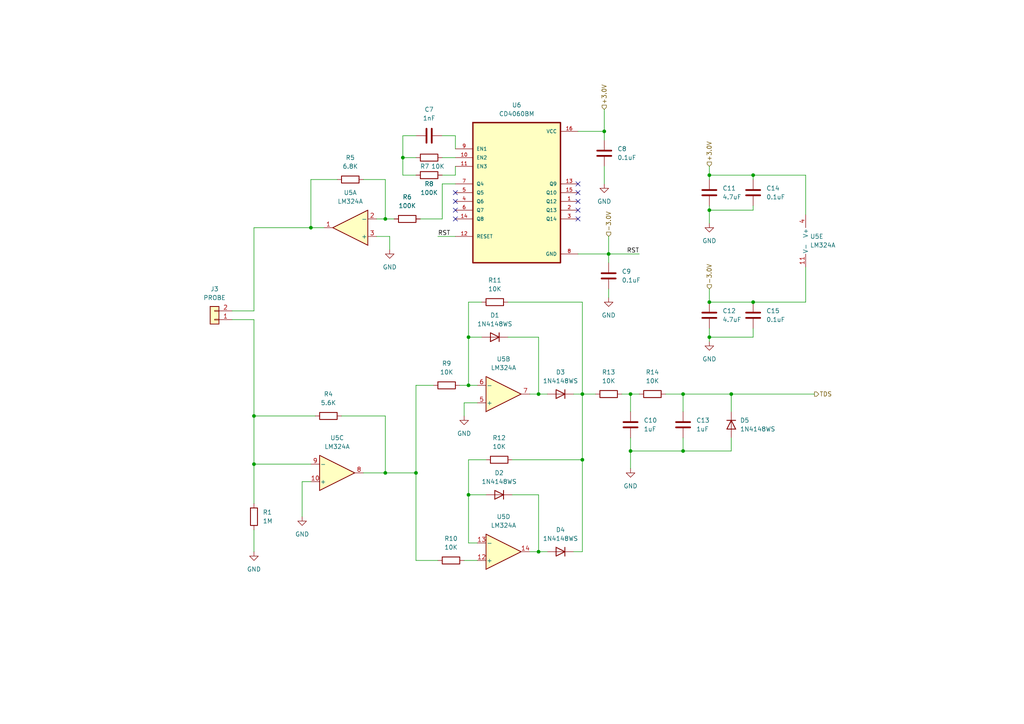
<source format=kicad_sch>
(kicad_sch (version 20211123) (generator eeschema)
  (paper "A4")
  (title_block (title "OceanAI") (date "2022-07-25") (rev "2"))
  (lib_symbols
    (symbol "Amplifier_Operational:LM324A" (pin_names (offset 0.127))
      (property "Reference" "U" (at 0 5.08 0))
      (property "Value" "LM324A" (at 0 -5.08 0))
      (symbol "LM324A_1_1"
        (polyline (pts (xy -5.08 5.08) (xy 5.08 0) (xy -5.08 -5.08) (xy -5.08 5.08)) (stroke (width 0.254)) (fill (type background)))
        (pin output line (at 7.62 0 180) (length 2.54) (name "~") (number "1"))
        (pin input line (at -7.62 -2.54 0) (length 2.54) (name "-") (number "2"))
        (pin input line (at -7.62 2.54 0) (length 2.54) (name "+") (number "3"))
      )
      (symbol "LM324A_2_1"
        (polyline (pts (xy -5.08 5.08) (xy 5.08 0) (xy -5.08 -5.08) (xy -5.08 5.08)) (stroke (width 0.254)) (fill (type background)))
        (pin input line (at -7.62 2.54 0) (length 2.54) (name "+") (number "5"))
        (pin input line (at -7.62 -2.54 0) (length 2.54) (name "-") (number "6"))
        (pin output line (at 7.62 0 180) (length 2.54) (name "~") (number "7"))
      )
      (symbol "LM324A_3_1"
        (polyline (pts (xy -5.08 5.08) (xy 5.08 0) (xy -5.08 -5.08) (xy -5.08 5.08)) (stroke (width 0.254)) (fill (type background)))
        (pin input line (at -7.62 2.54 0) (length 2.54) (name "+") (number "10"))
        (pin output line (at 7.62 0 180) (length 2.54) (name "~") (number "8"))
        (pin input line (at -7.62 -2.54 0) (length 2.54) (name "-") (number "9"))
      )
      (symbol "LM324A_4_1"
        (polyline (pts (xy -5.08 5.08) (xy 5.08 0) (xy -5.08 -5.08) (xy -5.08 5.08)) (stroke (width 0.254)) (fill (type background)))
        (pin input line (at -7.62 2.54 0) (length 2.54) (name "+") (number "12"))
        (pin input line (at -7.62 -2.54 0) (length 2.54) (name "-") (number "13"))
        (pin output line (at 7.62 0 180) (length 2.54) (name "~") (number "14"))
      )
      (symbol "LM324A_5_1"
        (pin power_in line (at -2.54 -7.62 90) (length 3.81) (name "V-") (number "11"))
        (pin power_in line (at -2.54 7.62 270) (length 3.81) (name "V+") (number "4"))
      )
    )
    (symbol "CD4060BM:CD4060BM" (pin_names (offset 1.016))
      (property "Reference" "U6" (at 0 25.4 0))
      (property "Value" "CD4060BM" (at 0 22.86 0))
      (symbol "CD4060BM_0_0"
        (rectangle (start -12.7 -20.32) (end 12.7 20.32) (stroke (width 0.4064)) (fill (type background)))
        (pin bidirectional line (at 17.78 -2.54 180) (length 5.08) (name "Q12") (number "1"))
        (pin bidirectional line (at -17.78 10.16 0) (length 5.08) (name "EN2") (number "10"))
        (pin bidirectional line (at -17.78 7.62 0) (length 5.08) (name "EN3") (number "11"))
        (pin bidirectional line (at -17.78 -12.7 0) (length 5.08) (name "RESET") (number "12"))
        (pin bidirectional line (at 17.78 2.54 180) (length 5.08) (name "Q9") (number "13"))
        (pin bidirectional line (at -17.78 -7.62 0) (length 5.08) (name "Q8") (number "14"))
        (pin bidirectional line (at 17.78 0 180) (length 5.08) (name "Q10") (number "15"))
        (pin unspecified line (at 17.78 17.78 180) (length 5.08) (name "VCC") (number "16"))
        (pin bidirectional line (at 17.78 -5.08 180) (length 5.08) (name "Q13") (number "2"))
        (pin bidirectional line (at 17.78 -7.62 180) (length 5.08) (name "Q14") (number "3"))
        (pin bidirectional line (at -17.78 -2.54 0) (length 5.08) (name "Q6") (number "4"))
        (pin bidirectional line (at -17.78 0 0) (length 5.08) (name "Q5") (number "5"))
        (pin bidirectional line (at -17.78 -5.08 0) (length 5.08) (name "Q7") (number "6"))
        (pin bidirectional line (at -17.78 2.54 0) (length 5.08) (name "Q4") (number "7"))
        (pin unspecified line (at 17.78 -17.78 180) (length 5.08) (name "GND") (number "8"))
        (pin bidirectional line (at -17.78 12.7 0) (length 5.08) (name "EN1") (number "9"))
      )
    )
    (symbol "Connector_Generic:Conn_01x02" (pin_names (offset 1.016) hide)
      (property "Reference" "J" (at 0 2.54 0))
      (property "Value" "Conn_01x02" (at 0 -5.08 0))
      (symbol "Conn_01x02_1_1"
        (rectangle (start -1.27 -2.413) (end 0 -2.667) (stroke (width 0.1524)))
        (rectangle (start -1.27 0.127) (end 0 -0.127) (stroke (width 0.1524)))
        (rectangle (start -1.27 1.27) (end 1.27 -3.81) (stroke (width 0.254)) (fill (type background)))
        (pin passive line (at -5.08 0 0) (length 3.81) (name "Pin_1") (number "1"))
        (pin passive line (at -5.08 -2.54 0) (length 3.81) (name "Pin_2") (number "2"))
      )
    )
    (symbol "Device:C" (pin_numbers hide) (pin_names (offset 0.254))
      (property "Reference" "C" (at 0.635 2.54 0))
      (property "Value" "C" (at 0.635 -2.54 0))
      (symbol "C_0_1"
        (polyline (pts (xy -2.032 -0.762) (xy 2.032 -0.762)) (stroke (width 0.508)))
        (polyline (pts (xy -2.032 0.762) (xy 2.032 0.762)) (stroke (width 0.508)))
      )
      (symbol "C_1_1"
        (pin passive line (at 0 3.81 270) (length 2.794) (name "~") (number "1"))
        (pin passive line (at 0 -3.81 90) (length 2.794) (name "~") (number "2"))
      )
    )
    (symbol "Device:R" (pin_numbers hide) (pin_names (offset 0))
      (property "Reference" "R" (at 2.032 0 90))
      (property "Value" "R" (at 0 0 90))
      (symbol "R_0_1"
        (rectangle (start -1.016 -2.54) (end 1.016 2.54) (stroke (width 0.254)))
      )
      (symbol "R_1_1"
        (pin passive line (at 0 3.81 270) (length 1.27) (name "~") (number "1"))
        (pin passive line (at 0 -3.81 90) (length 1.27) (name "~") (number "2"))
      )
    )
    (symbol "Diode:1N4148WS" (pin_numbers hide) (pin_names (offset 1.016) hide)
      (property "Reference" "D" (at 0 2.54 0))
      (property "Value" "1N4148WS" (at 0 -2.54 0))
      (symbol "1N4148WS_0_1"
        (polyline (pts (xy -1.27 1.27) (xy -1.27 -1.27)) (stroke (width 0.254)))
        (polyline (pts (xy 1.27 0) (xy -1.27 0)))
        (polyline (pts (xy 1.27 1.27) (xy 1.27 -1.27) (xy -1.27 0) (xy 1.27 1.27)) (stroke (width 0.254)))
      )
      (symbol "1N4148WS_1_1"
        (pin passive line (at -3.81 0 0) (length 2.54) (name "K") (number "1"))
        (pin passive line (at 3.81 0 180) (length 2.54) (name "A") (number "2"))
      )
    )
    (symbol "LM324A_1" (pin_names (offset 0.127))
      (property "Reference" "U5" (at -1.27 1.2701 0))
      (property "Value" "LM324A" (at -1.27 -1.2699 0))
      (symbol "LM324A_1_1_1"
        (polyline (pts (xy -5.08 5.08) (xy 5.08 0) (xy -5.08 -5.08) (xy -5.08 5.08)) (stroke (width 0.254)) (fill (type background)))
        (pin output line (at 7.62 0 180) (length 2.54) (name "~") (number "1"))
        (pin input line (at -7.62 -2.54 0) (length 2.54) (name "-") (number "2"))
        (pin input line (at -7.62 2.54 0) (length 2.54) (name "+") (number "3"))
      )
      (symbol "LM324A_1_2_1"
        (polyline (pts (xy -5.08 5.08) (xy 5.08 0) (xy -5.08 -5.08) (xy -5.08 5.08)) (stroke (width 0.254)) (fill (type background)))
        (pin input line (at -7.62 2.54 0) (length 2.54) (name "+") (number "5"))
        (pin input line (at -7.62 -2.54 0) (length 2.54) (name "-") (number "6"))
        (pin output line (at 7.62 0 180) (length 2.54) (name "~") (number "7"))
      )
      (symbol "LM324A_1_3_1"
        (polyline (pts (xy -5.08 5.08) (xy 5.08 0) (xy -5.08 -5.08) (xy -5.08 5.08)) (stroke (width 0.254)) (fill (type background)))
        (pin input line (at -7.62 2.54 0) (length 2.54) (name "+") (number "10"))
        (pin output line (at 7.62 0 180) (length 2.54) (name "~") (number "8"))
        (pin input line (at -7.62 -2.54 0) (length 2.54) (name "-") (number "9"))
      )
      (symbol "LM324A_1_4_1"
        (polyline (pts (xy -5.08 5.08) (xy 5.08 0) (xy -5.08 -5.08) (xy -5.08 5.08)) (stroke (width 0.254)) (fill (type background)))
        (pin input line (at -7.62 2.54 0) (length 2.54) (name "+") (number "12"))
        (pin input line (at -7.62 -2.54 0) (length 2.54) (name "-") (number "13"))
        (pin output line (at 7.62 0 180) (length 2.54) (name "~") (number "14"))
      )
      (symbol "LM324A_1_5_1"
        (pin unspecified line (at -2.54 -7.62 90) (length 3.81) (name "V-") (number "11"))
        (pin unspecified line (at -2.54 7.62 270) (length 3.81) (name "V+") (number "4"))
      )
    )
    (symbol "power:GND" (power) (pin_names (offset 0))
      (property "Value" "GND" (at 0 -3.81 0))
      (symbol "GND_0_1"
        (polyline (pts (xy 0 0) (xy 0 -1.27) (xy 1.27 -1.27) (xy 0 -2.54) (xy -1.27 -1.27) (xy 0 -1.27)))
      )
      (symbol "GND_1_1"
        (pin power_in line (at 0 0 270) (length 0) hide (name "GND") (number "1"))
      )
    )
  )
  (junction (at 182.88 130.81))
  (junction (at 175.26 38.1))
  (junction (at 73.66 134.62))
  (junction (at 73.66 120.65))
  (junction (at 135.89 97.79))
  (junction (at 198.12 114.3))
  (junction (at 182.88 114.3))
  (junction (at 168.91 133.35))
  (junction (at 135.89 143.51))
  (junction (at 135.89 111.76))
  (junction (at 156.21 160.02))
  (junction (at 198.12 130.81))
  (junction (at 120.65 137.16))
  (junction (at 218.44 87.63))
  (junction (at 205.74 50.8))
  (junction (at 156.21 114.3))
  (junction (at 90.17 66.04))
  (junction (at 205.74 60.96))
  (junction (at 116.84 45.72))
  (junction (at 218.44 50.8))
  (junction (at 111.76 137.16))
  (junction (at 168.91 114.3))
  (junction (at 205.74 97.79))
  (junction (at 176.53 73.66))
  (junction (at 205.74 87.63))
  (junction (at 212.09 114.3))
  (junction (at 111.76 63.5))
  (no_connect (at 132.08 60.96))
  (no_connect (at 132.08 58.42))
  (no_connect (at 132.08 55.88))
  (no_connect (at 132.08 63.5))
  (no_connect (at 167.64 60.96))
  (no_connect (at 167.64 63.5))
  (no_connect (at 167.64 58.42))
  (no_connect (at 167.64 55.88))
  (no_connect (at 167.64 53.34))
  (wire (pts (xy 138.43 157.48) (xy 135.89 157.48)))
  (wire (pts (xy 175.26 38.1) (xy 175.26 31.75)))
  (wire (pts (xy 120.65 111.76) (xy 125.73 111.76)))
  (wire (pts (xy 134.62 120.65) (xy 134.62 116.84)))
  (wire (pts (xy 109.22 63.5) (xy 111.76 63.5)))
  (wire (pts (xy 233.68 87.63) (xy 218.44 87.63)))
  (wire (pts (xy 166.37 114.3) (xy 168.91 114.3)))
  (wire (pts (xy 205.74 83.82) (xy 205.74 87.63)))
  (wire (pts (xy 116.84 45.72) (xy 120.65 45.72)))
  (wire (pts (xy 168.91 87.63) (xy 168.91 114.3)))
  (wire (pts (xy 218.44 59.69) (xy 218.44 60.96)))
  (wire (pts (xy 153.67 114.3) (xy 156.21 114.3)))
  (wire (pts (xy 135.89 143.51) (xy 140.97 143.51)))
  (wire (pts (xy 116.84 45.72) (xy 116.84 39.37)))
  (wire (pts (xy 205.74 60.96) (xy 218.44 60.96)))
  (wire (pts (xy 140.97 133.35) (xy 135.89 133.35)))
  (wire (pts (xy 180.34 114.3) (xy 182.88 114.3)))
  (wire (pts (xy 116.84 50.8) (xy 116.84 45.72)))
  (wire (pts (xy 233.68 77.47) (xy 233.68 87.63)))
  (wire (pts (xy 111.76 63.5) (xy 114.3 63.5)))
  (wire (pts (xy 128.27 45.72) (xy 132.08 45.72)))
  (wire (pts (xy 168.91 114.3) (xy 172.72 114.3)))
  (wire (pts (xy 67.31 92.71) (xy 73.66 92.71)))
  (wire (pts (xy 212.09 114.3) (xy 212.09 119.38)))
  (wire (pts (xy 218.44 50.8) (xy 233.68 50.8)))
  (wire (pts (xy 176.53 73.66) (xy 185.42 73.66)))
  (wire (pts (xy 182.88 130.81) (xy 182.88 135.89)))
  (wire (pts (xy 176.53 83.82) (xy 176.53 86.36)))
  (wire (pts (xy 148.59 143.51) (xy 156.21 143.51)))
  (wire (pts (xy 128.27 50.8) (xy 132.08 50.8)))
  (wire (pts (xy 212.09 130.81) (xy 198.12 130.81)))
  (wire (pts (xy 167.64 73.66) (xy 176.53 73.66)))
  (wire (pts (xy 73.66 120.65) (xy 73.66 134.62)))
  (wire (pts (xy 153.67 160.02) (xy 156.21 160.02)))
  (wire (pts (xy 128.27 63.5) (xy 121.92 63.5)))
  (wire (pts (xy 198.12 127) (xy 198.12 130.81)))
  (wire (pts (xy 205.74 59.69) (xy 205.74 60.96)))
  (wire (pts (xy 218.44 97.79) (xy 205.74 97.79)))
  (wire (pts (xy 135.89 111.76) (xy 138.43 111.76)))
  (wire (pts (xy 193.04 114.3) (xy 198.12 114.3)))
  (wire (pts (xy 91.44 120.65) (xy 73.66 120.65)))
  (wire (pts (xy 205.74 50.8) (xy 218.44 50.8)))
  (wire (pts (xy 90.17 134.62) (xy 73.66 134.62)))
  (wire (pts (xy 111.76 52.07) (xy 111.76 63.5)))
  (wire (pts (xy 105.41 137.16) (xy 111.76 137.16)))
  (wire (pts (xy 175.26 48.26) (xy 175.26 53.34)))
  (wire (pts (xy 99.06 120.65) (xy 111.76 120.65)))
  (wire (pts (xy 139.7 97.79) (xy 135.89 97.79)))
  (wire (pts (xy 182.88 114.3) (xy 182.88 119.38)))
  (wire (pts (xy 97.79 52.07) (xy 90.17 52.07)))
  (wire (pts (xy 90.17 139.7) (xy 87.63 139.7)))
  (wire (pts (xy 218.44 95.25) (xy 218.44 97.79)))
  (wire (pts (xy 132.08 39.37) (xy 128.27 39.37)))
  (wire (pts (xy 134.62 116.84) (xy 138.43 116.84)))
  (wire (pts (xy 67.31 90.17) (xy 73.66 90.17)))
  (wire (pts (xy 120.65 50.8) (xy 116.84 50.8)))
  (wire (pts (xy 127 68.58) (xy 132.08 68.58)))
  (wire (pts (xy 175.26 38.1) (xy 175.26 40.64)))
  (wire (pts (xy 73.66 66.04) (xy 90.17 66.04)))
  (wire (pts (xy 168.91 133.35) (xy 168.91 114.3)))
  (wire (pts (xy 134.62 162.56) (xy 138.43 162.56)))
  (wire (pts (xy 205.74 95.25) (xy 205.74 97.79)))
  (wire (pts (xy 156.21 143.51) (xy 156.21 160.02)))
  (wire (pts (xy 127 162.56) (xy 120.65 162.56)))
  (wire (pts (xy 73.66 134.62) (xy 73.66 146.05)))
  (wire (pts (xy 111.76 120.65) (xy 111.76 137.16)))
  (wire (pts (xy 198.12 114.3) (xy 212.09 114.3)))
  (wire (pts (xy 105.41 52.07) (xy 111.76 52.07)))
  (wire (pts (xy 212.09 127) (xy 212.09 130.81)))
  (wire (pts (xy 212.09 114.3) (xy 236.22 114.3)))
  (wire (pts (xy 116.84 39.37) (xy 120.65 39.37)))
  (wire (pts (xy 120.65 111.76) (xy 120.65 137.16)))
  (wire (pts (xy 90.17 66.04) (xy 93.98 66.04)))
  (wire (pts (xy 182.88 114.3) (xy 185.42 114.3)))
  (wire (pts (xy 156.21 97.79) (xy 156.21 114.3)))
  (wire (pts (xy 139.7 87.63) (xy 135.89 87.63)))
  (wire (pts (xy 120.65 137.16) (xy 120.65 162.56)))
  (wire (pts (xy 205.74 60.96) (xy 205.74 64.77)))
  (wire (pts (xy 87.63 139.7) (xy 87.63 149.86)))
  (wire (pts (xy 113.03 68.58) (xy 113.03 72.39)))
  (wire (pts (xy 135.89 157.48) (xy 135.89 143.51)))
  (wire (pts (xy 205.74 50.8) (xy 205.74 52.07)))
  (wire (pts (xy 73.66 153.67) (xy 73.66 160.02)))
  (wire (pts (xy 198.12 114.3) (xy 198.12 119.38)))
  (wire (pts (xy 135.89 87.63) (xy 135.89 97.79)))
  (wire (pts (xy 167.64 38.1) (xy 175.26 38.1)))
  (wire (pts (xy 128.27 53.34) (xy 128.27 63.5)))
  (wire (pts (xy 156.21 160.02) (xy 158.75 160.02)))
  (wire (pts (xy 218.44 50.8) (xy 218.44 52.07)))
  (wire (pts (xy 90.17 52.07) (xy 90.17 66.04)))
  (wire (pts (xy 147.32 87.63) (xy 168.91 87.63)))
  (wire (pts (xy 233.68 50.8) (xy 233.68 62.23)))
  (wire (pts (xy 133.35 111.76) (xy 135.89 111.76)))
  (wire (pts (xy 73.66 90.17) (xy 73.66 66.04)))
  (wire (pts (xy 166.37 160.02) (xy 168.91 160.02)))
  (wire (pts (xy 176.53 68.58) (xy 176.53 73.66)))
  (wire (pts (xy 111.76 137.16) (xy 120.65 137.16)))
  (wire (pts (xy 73.66 92.71) (xy 73.66 120.65)))
  (wire (pts (xy 132.08 43.18) (xy 132.08 39.37)))
  (wire (pts (xy 135.89 97.79) (xy 135.89 111.76)))
  (wire (pts (xy 205.74 97.79) (xy 205.74 99.06)))
  (wire (pts (xy 156.21 114.3) (xy 158.75 114.3)))
  (wire (pts (xy 135.89 133.35) (xy 135.89 143.51)))
  (wire (pts (xy 205.74 87.63) (xy 218.44 87.63)))
  (wire (pts (xy 132.08 53.34) (xy 128.27 53.34)))
  (wire (pts (xy 176.53 73.66) (xy 176.53 76.2)))
  (wire (pts (xy 198.12 130.81) (xy 182.88 130.81)))
  (wire (pts (xy 205.74 48.26) (xy 205.74 50.8)))
  (wire (pts (xy 147.32 97.79) (xy 156.21 97.79)))
  (wire (pts (xy 148.59 133.35) (xy 168.91 133.35)))
  (wire (pts (xy 182.88 127) (xy 182.88 130.81)))
  (wire (pts (xy 168.91 160.02) (xy 168.91 133.35)))
  (wire (pts (xy 109.22 68.58) (xy 113.03 68.58)))
  (wire (pts (xy 132.08 48.26) (xy 132.08 50.8)))
  (label "RST" (at 185.42 73.66 180))
  (label "RST" (at 127 68.58 0))
  (hierarchical_label "TDS" (shape output) (at 236.22 114.3 0))
  (hierarchical_label "-3.0V" (shape input) (at 176.53 68.58 90))
  (hierarchical_label "+3.0V" (shape input) (at 205.74 48.26 90))
  (hierarchical_label "+3.0V" (shape input) (at 175.26 31.75 90))
  (hierarchical_label "-3.0V" (shape input) (at 205.74 83.82 90))
  (symbol (lib_name "LM324A_1") (lib_id "Amplifier_Operational:LM324A") (at 236.22 69.85 0) (unit 5)
    (property "Reference" "U5" (at 234.95 68.5799 0) (effects (justify left)))
    (property "Value" "LM324A" (at 234.95 71.1199 0) (effects (justify left)))
    (property "Footprint" "LM324:SOIC127P600X175-14N" (effects hide))
    (property "Datasheet" "http://www.ti.com/lit/ds/symlink/lm2902-n.pdf" (effects hide))
  )
  (symbol (lib_id "power:GND") (at 87.63 149.86 0) (unit 1)
    (property "Reference" "#PWR018" (effects hide))
    (property "Value" "GND" (at 87.63 154.94 0))
  )
  (symbol (lib_id "Diode:1N4148WS") (at 162.56 160.02 0) (mirror y) (unit 1)
    (property "Reference" "D4" (at 162.56 153.67 0))
    (property "Value" "1N4148WS" (at 162.56 156.21 0))
    (property "Footprint" "Diode_SMD:D_SOD-323" (effects hide))
    (property "Datasheet" "https://www.vishay.com/docs/85751/1n4148ws.pdf" (effects hide))
  )
  (symbol (lib_id "Diode:1N4148WS") (at 143.51 97.79 180) (unit 1)
    (property "Reference" "D1" (at 143.51 91.44 0))
    (property "Value" "1N4148WS" (at 143.51 93.98 0))
    (property "Footprint" "Diode_SMD:D_SOD-323" (effects hide))
    (property "Datasheet" "https://www.vishay.com/docs/85751/1n4148ws.pdf" (effects hide))
  )
  (symbol (lib_id "Device:C") (at 205.74 55.88 0) (unit 1)
    (property "Reference" "C11" (at 209.55 54.6099 0) (effects (justify left)))
    (property "Value" "4.7uF" (at 209.55 57.1499 0) (effects (justify left)))
    (property "Footprint" "Capacitor_SMD:C_0603_1608Metric" (effects hide))
  )
  (symbol (lib_id "power:GND") (at 176.53 86.36 0) (unit 1)
    (property "Reference" "#PWR022" (effects hide))
    (property "Value" "GND" (at 176.53 91.44 0))
  )
  (symbol (lib_id "Diode:1N4148WS") (at 144.78 143.51 180) (unit 1)
    (property "Reference" "D2" (at 144.78 137.16 0))
    (property "Value" "1N4148WS" (at 144.78 139.7 0))
    (property "Footprint" "Diode_SMD:D_SOD-323" (effects hide))
    (property "Datasheet" "https://www.vishay.com/docs/85751/1n4148ws.pdf" (effects hide))
  )
  (symbol (lib_id "Amplifier_Operational:LM324A") (at 97.79 137.16 0) (mirror x) (unit 3)
    (property "Reference" "U5" (at 97.79 127 0))
    (property "Value" "LM324A" (at 97.79 129.54 0))
    (property "Footprint" "LM324:SOIC127P600X175-14N" (effects hide))
    (property "Datasheet" "http://www.ti.com/lit/ds/symlink/lm2902-n.pdf" (effects hide))
  )
  (symbol (lib_id "power:GND") (at 113.03 72.39 0) (unit 1)
    (property "Reference" "#PWR019" (effects hide))
    (property "Value" "GND" (at 113.03 77.47 0))
  )
  (symbol (lib_id "CD4060BM:CD4060BM") (at 149.86 55.88 0) (unit 1)
    (property "Reference" "U6" (at 149.86 30.48 0))
    (property "Value" "CD4060BM" (at 149.86 33.02 0))
    (property "Footprint" "CD4060BM:SOIC127P600X175-16N" (effects hide))
  )
  (symbol (lib_id "Device:C") (at 205.74 91.44 0) (unit 1)
    (property "Reference" "C12" (at 209.55 90.1699 0) (effects (justify left)))
    (property "Value" "4.7uF" (at 209.55 92.7099 0) (effects (justify left)))
    (property "Footprint" "Capacitor_SMD:C_0603_1608Metric" (effects hide))
  )
  (symbol (lib_id "Device:R") (at 101.6 52.07 90) (unit 1)
    (property "Reference" "R5" (at 101.6 45.72 90))
    (property "Value" "6.8K" (at 101.6 48.26 90))
    (property "Footprint" "Resistor_SMD:R_0603_1608Metric" (effects hide))
  )
  (symbol (lib_id "Device:C") (at 176.53 80.01 0) (unit 1)
    (property "Reference" "C9" (at 180.34 78.7399 0) (effects (justify left)))
    (property "Value" "0.1uF" (at 180.34 81.2799 0) (effects (justify left)))
    (property "Footprint" "Capacitor_SMD:C_0603_1608Metric" (effects hide))
  )
  (symbol (lib_id "Device:R") (at 189.23 114.3 90) (unit 1)
    (property "Reference" "R14" (at 189.23 107.95 90))
    (property "Value" "10K" (at 189.23 110.49 90))
    (property "Footprint" "Resistor_SMD:R_0603_1608Metric" (effects hide))
  )
  (symbol (lib_id "Device:R") (at 124.46 45.72 90) (unit 1)
    (property "Reference" "R7" (at 123.19 48.26 90))
    (property "Value" "10K" (at 127 48.26 90))
    (property "Footprint" "Resistor_SMD:R_0603_1608Metric" (effects hide))
  )
  (symbol (lib_id "Device:R") (at 143.51 87.63 90) (unit 1)
    (property "Reference" "R11" (at 143.51 81.28 90))
    (property "Value" "10K" (at 143.51 83.82 90))
    (property "Footprint" "Resistor_SMD:R_0603_1608Metric" (effects hide))
  )
  (symbol (lib_id "power:GND") (at 205.74 99.06 0) (unit 1)
    (property "Reference" "#PWR025" (effects hide))
    (property "Value" "GND" (at 205.74 104.14 0))
  )
  (symbol (lib_id "Amplifier_Operational:LM324A") (at 146.05 160.02 0) (mirror x) (unit 4)
    (property "Reference" "U5" (at 146.05 149.86 0))
    (property "Value" "LM324A" (at 146.05 152.4 0))
    (property "Footprint" "LM324:SOIC127P600X175-14N" (effects hide))
    (property "Datasheet" "http://www.ti.com/lit/ds/symlink/lm2902-n.pdf" (effects hide))
  )
  (symbol (lib_id "Device:R") (at 176.53 114.3 90) (unit 1)
    (property "Reference" "R13" (at 176.53 107.95 90))
    (property "Value" "10K" (at 176.53 110.49 90))
    (property "Footprint" "Resistor_SMD:R_0603_1608Metric" (effects hide))
  )
  (symbol (lib_id "Device:C") (at 218.44 91.44 0) (unit 1)
    (property "Reference" "C15" (at 222.25 90.1699 0) (effects (justify left)))
    (property "Value" "0.1uF" (at 222.25 92.7099 0) (effects (justify left)))
    (property "Footprint" "Capacitor_SMD:C_0603_1608Metric" (effects hide))
  )
  (symbol (lib_id "Device:C") (at 175.26 44.45 0) (unit 1)
    (property "Reference" "C8" (at 179.07 43.1799 0) (effects (justify left)))
    (property "Value" "0.1uF" (at 179.07 45.7199 0) (effects (justify left)))
    (property "Footprint" "Capacitor_SMD:C_0603_1608Metric" (effects hide))
  )
  (symbol (lib_id "Device:R") (at 73.66 149.86 0) (unit 1)
    (property "Reference" "R1" (at 76.2 148.5899 0) (effects (justify left)))
    (property "Value" "1M" (at 76.2 151.1299 0) (effects (justify left)))
    (property "Footprint" "Resistor_SMD:R_0603_1608Metric" (effects hide))
  )
  (symbol (lib_id "power:GND") (at 73.66 160.02 0) (unit 1)
    (property "Reference" "#PWR014" (effects hide))
    (property "Value" "GND" (at 73.66 165.1 0))
  )
  (symbol (lib_id "Device:R") (at 124.46 50.8 90) (unit 1)
    (property "Reference" "R8" (at 124.46 53.34 90))
    (property "Value" "100K" (at 124.46 55.88 90))
    (property "Footprint" "Resistor_SMD:R_0603_1608Metric" (effects hide))
  )
  (symbol (lib_id "power:GND") (at 134.62 120.65 0) (unit 1)
    (property "Reference" "#PWR020" (effects hide))
    (property "Value" "GND" (at 134.62 125.73 0))
  )
  (symbol (lib_id "power:GND") (at 175.26 53.34 0) (unit 1)
    (property "Reference" "#PWR021" (effects hide))
    (property "Value" "GND" (at 175.26 58.42 0))
  )
  (symbol (lib_id "Device:C") (at 218.44 55.88 0) (unit 1)
    (property "Reference" "C14" (at 222.25 54.6099 0) (effects (justify left)))
    (property "Value" "0.1uF" (at 222.25 57.1499 0) (effects (justify left)))
    (property "Footprint" "Capacitor_SMD:C_0603_1608Metric" (effects hide))
  )
  (symbol (lib_id "power:GND") (at 182.88 135.89 0) (unit 1)
    (property "Reference" "#PWR023" (effects hide))
    (property "Value" "GND" (at 182.88 140.97 0))
  )
  (symbol (lib_id "Device:R") (at 144.78 133.35 90) (unit 1)
    (property "Reference" "R12" (at 144.78 127 90))
    (property "Value" "10K" (at 144.78 129.54 90))
    (property "Footprint" "Resistor_SMD:R_0603_1608Metric" (effects hide))
  )
  (symbol (lib_id "Amplifier_Operational:LM324A") (at 146.05 114.3 0) (mirror x) (unit 2)
    (property "Reference" "U5" (at 146.05 104.14 0))
    (property "Value" "LM324A" (at 146.05 106.68 0))
    (property "Footprint" "LM324:SOIC127P600X175-14N" (effects hide))
    (property "Datasheet" "http://www.ti.com/lit/ds/symlink/lm2902-n.pdf" (effects hide))
  )
  (symbol (lib_id "Device:C") (at 198.12 123.19 0) (unit 1)
    (property "Reference" "C13" (at 201.93 121.9199 0) (effects (justify left)))
    (property "Value" "1uF" (at 201.93 124.4599 0) (effects (justify left)))
    (property "Footprint" "Capacitor_SMD:C_0603_1608Metric" (effects hide))
  )
  (symbol (lib_id "Diode:1N4148WS") (at 162.56 114.3 180) (unit 1)
    (property "Reference" "D3" (at 162.56 107.95 0))
    (property "Value" "1N4148WS" (at 162.56 110.49 0))
    (property "Footprint" "Diode_SMD:D_SOD-323" (effects hide))
    (property "Datasheet" "https://www.vishay.com/docs/85751/1n4148ws.pdf" (effects hide))
  )
  (symbol (lib_id "Amplifier_Operational:LM324A") (at 101.6 66.04 180) (unit 1)
    (property "Reference" "U5" (at 101.6 55.88 0))
    (property "Value" "LM324A" (at 101.6 58.42 0))
    (property "Footprint" "LM324:SOIC127P600X175-14N" (effects hide))
    (property "Datasheet" "http://www.ti.com/lit/ds/symlink/lm2902-n.pdf" (effects hide))
  )
  (symbol (lib_id "Device:C") (at 182.88 123.19 0) (unit 1)
    (property "Reference" "C10" (at 186.69 121.9199 0) (effects (justify left)))
    (property "Value" "1uF" (at 186.69 124.4599 0) (effects (justify left)))
    (property "Footprint" "Capacitor_SMD:C_0603_1608Metric" (effects hide))
  )
  (symbol (lib_id "Device:R") (at 118.11 63.5 90) (unit 1)
    (property "Reference" "R6" (at 118.11 57.15 90))
    (property "Value" "100K" (at 118.11 59.69 90))
    (property "Footprint" "Resistor_SMD:R_0603_1608Metric" (effects hide))
  )
  (symbol (lib_id "Device:R") (at 95.25 120.65 90) (unit 1)
    (property "Reference" "R4" (at 95.25 114.3 90))
    (property "Value" "5.6K" (at 95.25 116.84 90))
    (property "Footprint" "Resistor_SMD:R_0603_1608Metric" (effects hide))
  )
  (symbol (lib_id "Connector_Generic:Conn_01x02") (at 62.23 92.71 180) (unit 1)
    (property "Reference" "J3" (at 62.23 83.82 0))
    (property "Value" "PROBE" (at 62.23 86.36 0))
    (property "Footprint" "TerminalBlock_MetzConnect:TerminalBlock_MetzConnect_Type101_RT01602HBWC_1x02_P5.08mm_Horizontal" (effects hide))
  )
  (symbol (lib_id "Device:R") (at 129.54 111.76 90) (unit 1)
    (property "Reference" "R9" (at 129.54 105.41 90))
    (property "Value" "10K" (at 129.54 107.95 90))
    (property "Footprint" "Resistor_SMD:R_0603_1608Metric" (effects hide))
  )
  (symbol (lib_id "Device:C") (at 124.46 39.37 90) (unit 1)
    (property "Reference" "C7" (at 124.46 31.75 90))
    (property "Value" "1nF" (at 124.46 34.29 90))
    (property "Footprint" "Capacitor_SMD:C_0603_1608Metric" (effects hide))
  )
  (symbol (lib_id "Diode:1N4148WS") (at 212.09 123.19 270) (unit 1)
    (property "Reference" "D5" (at 214.63 121.9199 90) (effects (justify left)))
    (property "Value" "1N4148WS" (at 214.63 124.4599 90) (effects (justify left)))
    (property "Footprint" "Diode_SMD:D_SOD-323" (effects hide))
    (property "Datasheet" "https://www.vishay.com/docs/85751/1n4148ws.pdf" (effects hide))
  )
  (symbol (lib_id "power:GND") (at 205.74 64.77 0) (unit 1)
    (property "Reference" "#PWR024" (effects hide))
    (property "Value" "GND" (at 205.74 69.85 0))
  )
  (symbol (lib_id "Device:R") (at 130.81 162.56 90) (unit 1)
    (property "Reference" "R10" (at 130.81 156.21 90))
    (property "Value" "10K" (at 130.81 158.75 90))
    (property "Footprint" "Resistor_SMD:R_0603_1608Metric" (effects hide))
  )
)
</source>
